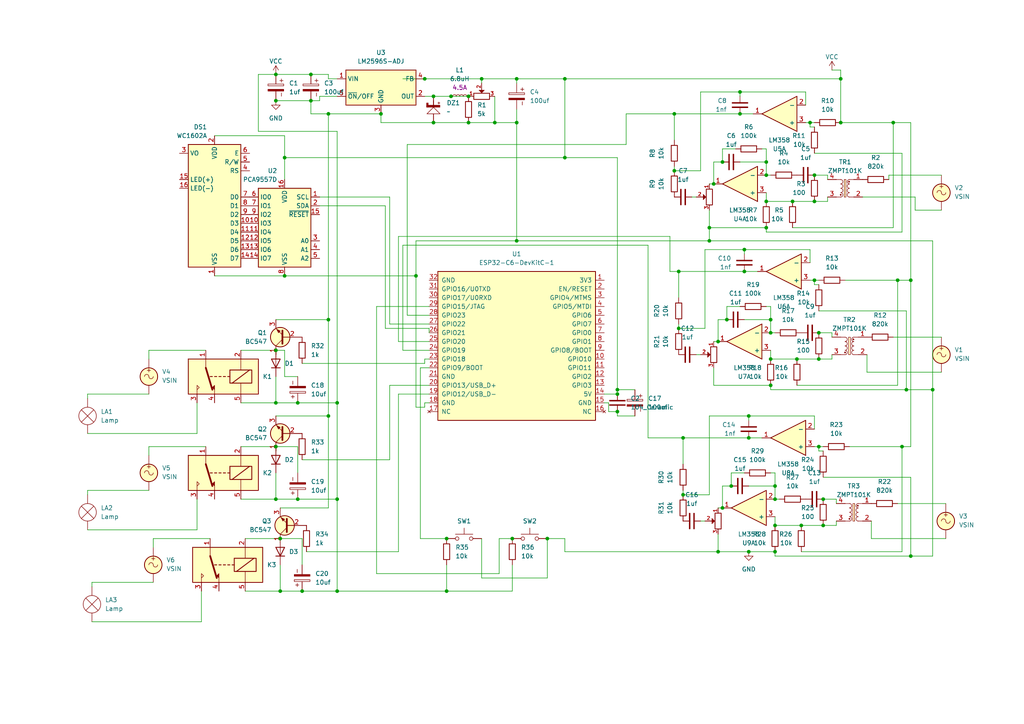
<source format=kicad_sch>
(kicad_sch (version 20250114) (generator "eeschema") (generator_version "9.0")
  (paper "A4")
  (junction (at 198.12 143.51))
  (junction (at 224.79 160.02))
  (junction (at 237.49 129.54))
  (junction (at 224.79 152.4))
  (junction (at 149.86 35.56))
  (junction (at 223.52 104.14))
  (junction (at 196.85 95.25))
  (junction (at 222.25 58.42))
  (junction (at 237.49 96.52))
  (junction (at 129.54 171.45))
  (junction (at 148.59 156.21))
  (junction (at 81.28 171.45))
  (junction (at 139.7 22.86))
  (junction (at 262.89 113.03))
  (junction (at 207.01 53.34))
  (junction (at 205.74 66.04))
  (junction (at 163.83 45.72))
  (junction (at 234.95 35.56))
  (junction (at 158.75 156.21))
  (junction (at 196.85 78.74))
  (junction (at 224.79 144.78))
  (junction (at 125.73 27.94))
  (junction (at 209.55 46.99))
  (junction (at 195.58 33.02))
  (junction (at 261.62 129.54))
  (junction (at 90.17 29.21))
  (junction (at 223.52 96.52))
  (junction (at 238.76 152.4))
  (junction (at 80.01 21.59))
  (junction (at 215.9 72.39))
  (junction (at 80.01 129.54))
  (junction (at 90.17 21.59))
  (junction (at 82.55 80.01))
  (junction (at 237.49 104.14))
  (junction (at 224.79 140.97))
  (junction (at 120.65 80.01))
  (junction (at 195.58 49.53))
  (junction (at 238.76 144.78))
  (junction (at 243.84 22.86))
  (junction (at 217.17 160.02))
  (junction (at 163.83 22.86))
  (junction (at 80.01 101.6))
  (junction (at 229.87 58.42))
  (junction (at 214.63 26.67))
  (junction (at 217.17 120.65))
  (junction (at 95.25 33.02))
  (junction (at 270.51 113.03))
  (junction (at 129.54 156.21))
  (junction (at 143.51 35.56))
  (junction (at 208.28 99.06))
  (junction (at 198.12 127))
  (junction (at 149.86 22.86))
  (junction (at 264.16 161.29))
  (junction (at 80.01 29.21))
  (junction (at 86.36 144.78))
  (junction (at 95.25 120.65))
  (junction (at 223.52 92.71))
  (junction (at 80.01 144.78))
  (junction (at 135.89 27.94))
  (junction (at 243.84 35.56))
  (junction (at 236.22 50.8))
  (junction (at 260.35 81.28))
  (junction (at 259.08 35.56))
  (junction (at 80.01 116.84))
  (junction (at 87.63 171.45))
  (junction (at 223.52 111.76))
  (junction (at 130.81 27.94))
  (junction (at 231.14 104.14))
  (junction (at 179.07 113.03))
  (junction (at 236.22 81.28))
  (junction (at 236.22 58.42))
  (junction (at 123.19 22.86))
  (junction (at 135.89 35.56))
  (junction (at 179.07 114.3))
  (junction (at 208.28 160.02))
  (junction (at 81.28 156.21))
  (junction (at 205.74 69.85))
  (junction (at 110.49 33.02))
  (junction (at 97.79 116.84))
  (junction (at 222.25 46.99))
  (junction (at 82.55 45.72))
  (junction (at 264.16 81.28))
  (junction (at 95.25 92.71))
  (junction (at 215.9 78.74))
  (junction (at 209.55 147.32))
  (junction (at 210.82 92.71))
  (junction (at 86.36 116.84))
  (junction (at 212.09 140.97))
  (junction (at 97.79 144.78))
  (junction (at 222.25 50.8))
  (junction (at 222.25 66.04))
  (junction (at 149.86 69.85))
  (junction (at 125.73 35.56))
  (junction (at 97.79 171.45))
  (junction (at 232.41 152.4))
  (junction (at 214.63 33.02))
  (junction (at 179.07 119.38))
  (junction (at 217.17 127))
  (wire (pts (xy 204.47 72.39) (xy 204.47 95.25)))
  (wire (pts (xy 80.01 101.6) (xy 80.01 102.87)))
  (wire (pts (xy 97.79 27.94) (xy 92.71 27.94)))
  (wire (pts (xy 120.65 80.01) (xy 120.65 69.85)))
  (wire (pts (xy 149.86 69.85) (xy 149.86 35.56)))
  (wire (pts (xy 113.03 111.76) (xy 124.46 111.76)))
  (wire (pts (xy 261.62 160.02) (xy 232.41 160.02)))
  (wire (pts (xy 224.79 152.4) (xy 232.41 152.4)))
  (wire (pts (xy 217.17 120.65) (xy 205.74 120.65)))
  (wire (pts (xy 260.35 146.05) (xy 274.32 146.05)))
  (wire (pts (xy 212.09 137.16) (xy 212.09 140.97)))
  (wire (pts (xy 80.01 129.54) (xy 80.01 130.81)))
  (wire (pts (xy 198.12 142.24) (xy 198.12 143.51)))
  (wire (pts (xy 184.15 120.65) (xy 179.07 120.65)))
  (wire (pts (xy 82.55 80.01) (xy 62.23 80.01)))
  (wire (pts (xy 224.79 144.78) (xy 226.06 144.78)))
  (wire (pts (xy 118.11 91.44) (xy 118.11 41.91)))
  (wire (pts (xy 212.09 140.97) (xy 209.55 140.97)))
  (wire (pts (xy 149.86 69.85) (xy 205.74 69.85)))
  (wire (pts (xy 224.79 160.02) (xy 217.17 160.02)))
  (wire (pts (xy 223.52 92.71) (xy 215.9 92.71)))
  (wire (pts (xy 241.3 102.87) (xy 241.3 104.14)))
  (wire (pts (xy 129.54 163.83) (xy 129.54 171.45)))
  (wire (pts (xy 111.76 59.69) (xy 111.76 95.25)))
  (wire (pts (xy 243.84 20.32) (xy 241.3 20.32)))
  (wire (pts (xy 80.01 29.21) (xy 90.17 29.21)))
  (wire (pts (xy 224.79 140.97) (xy 224.79 144.78)))
  (wire (pts (xy 261.62 44.45) (xy 261.62 67.31)))
  (wire (pts (xy 264.16 81.28) (xy 264.16 129.54)))
  (wire (pts (xy 115.57 160.02) (xy 115.57 114.3)))
  (wire (pts (xy 86.36 129.54) (xy 80.01 129.54)))
  (wire (pts (xy 43.18 114.3) (xy 25.4 114.3)))
  (wire (pts (xy 213.36 43.18) (xy 209.55 43.18)))
  (wire (pts (xy 264.16 81.28) (xy 260.35 81.28)))
  (wire (pts (xy 236.22 81.28) (xy 234.95 81.28)))
  (wire (pts (xy 201.93 57.15) (xy 200.66 57.15)))
  (wire (pts (xy 217.17 127) (xy 198.12 127)))
  (wire (pts (xy 240.03 57.15) (xy 240.03 58.42)))
  (wire (pts (xy 265.43 60.96) (xy 273.05 60.96)))
  (wire (pts (xy 97.79 38.1) (xy 97.79 116.84)))
  (wire (pts (xy 205.74 120.65) (xy 205.74 143.51)))
  (wire (pts (xy 69.85 144.78) (xy 80.01 144.78)))
  (wire (pts (xy 223.52 96.52) (xy 224.79 96.52)))
  (wire (pts (xy 149.86 24.13) (xy 149.86 22.86)))
  (wire (pts (xy 95.25 22.86) (xy 95.25 21.59)))
  (wire (pts (xy 143.51 35.56) (xy 135.89 35.56)))
  (wire (pts (xy 243.84 35.56) (xy 259.08 35.56)))
  (wire (pts (xy 242.57 144.78) (xy 242.57 146.05)))
  (wire (pts (xy 109.22 88.9) (xy 109.22 166.37)))
  (wire (pts (xy 210.82 88.9) (xy 210.82 92.71)))
  (wire (pts (xy 176.53 119.38) (xy 179.07 119.38)))
  (wire (pts (xy 80.01 116.84) (xy 86.36 116.84)))
  (wire (pts (xy 124.46 88.9) (xy 109.22 88.9)))
  (wire (pts (xy 26.67 168.91) (xy 26.67 170.18)))
  (wire (pts (xy 236.22 36.83) (xy 234.95 36.83)))
  (wire (pts (xy 222.25 67.31) (xy 222.25 66.04)))
  (wire (pts (xy 264.16 161.29) (xy 224.79 161.29)))
  (wire (pts (xy 116.84 101.6) (xy 116.84 71.12)))
  (wire (pts (xy 129.54 171.45) (xy 97.79 171.45)))
  (wire (pts (xy 43.18 132.08) (xy 43.18 129.54)))
  (wire (pts (xy 265.43 57.15) (xy 265.43 60.96)))
  (wire (pts (xy 120.65 80.01) (xy 82.55 80.01)))
  (wire (pts (xy 144.78 156.21) (xy 148.59 156.21)))
  (wire (pts (xy 163.83 156.21) (xy 158.75 156.21)))
  (wire (pts (xy 238.76 138.43) (xy 264.16 138.43)))
  (wire (pts (xy 115.57 114.3) (xy 124.46 114.3)))
  (wire (pts (xy 259.08 35.56) (xy 264.16 35.56)))
  (wire (pts (xy 81.28 163.83) (xy 81.28 171.45)))
  (wire (pts (xy 222.25 55.88) (xy 222.25 58.42)))
  (wire (pts (xy 236.22 58.42) (xy 229.87 58.42)))
  (wire (pts (xy 246.38 129.54) (xy 261.62 129.54)))
  (wire (pts (xy 238.76 129.54) (xy 237.49 129.54)))
  (wire (pts (xy 87.63 133.35) (xy 113.03 133.35)))
  (wire (pts (xy 97.79 22.86) (xy 95.25 22.86)))
  (wire (pts (xy 238.76 152.4) (xy 232.41 152.4)))
  (wire (pts (xy 217.17 160.02) (xy 208.28 160.02)))
  (wire (pts (xy 95.25 147.32) (xy 81.28 147.32)))
  (wire (pts (xy 25.4 142.24) (xy 25.4 143.51)))
  (wire (pts (xy 215.9 72.39) (xy 215.9 73.66)))
  (wire (pts (xy 215.9 137.16) (xy 212.09 137.16)))
  (wire (pts (xy 149.86 31.75) (xy 149.86 35.56)))
  (wire (pts (xy 220.98 43.18) (xy 222.25 43.18)))
  (wire (pts (xy 175.26 116.84) (xy 176.53 116.84)))
  (wire (pts (xy 214.63 33.02) (xy 195.58 33.02)))
  (wire (pts (xy 135.89 35.56) (xy 125.73 35.56)))
  (wire (pts (xy 257.81 50.8) (xy 257.81 52.07)))
  (wire (pts (xy 44.45 168.91) (xy 26.67 168.91)))
  (wire (pts (xy 219.71 78.74) (xy 215.9 78.74)))
  (wire (pts (xy 240.03 50.8) (xy 240.03 52.07)))
  (wire (pts (xy 120.65 69.85) (xy 149.86 69.85)))
  (wire (pts (xy 44.45 156.21) (xy 60.96 156.21)))
  (wire (pts (xy 207.01 111.76) (xy 207.01 106.68)))
  (wire (pts (xy 251.46 107.95) (xy 251.46 102.87)))
  (wire (pts (xy 222.25 50.8) (xy 223.52 50.8)))
  (wire (pts (xy 125.73 35.56) (xy 110.49 35.56)))
  (wire (pts (xy 124.46 99.06) (xy 115.57 99.06)))
  (wire (pts (xy 82.55 39.37) (xy 82.55 45.72)))
  (wire (pts (xy 233.68 26.67) (xy 214.63 26.67)))
  (wire (pts (xy 237.49 90.17) (xy 262.89 90.17)))
  (wire (pts (xy 215.9 72.39) (xy 204.47 72.39)))
  (wire (pts (xy 241.3 104.14) (xy 237.49 104.14)))
  (wire (pts (xy 87.63 156.21) (xy 81.28 156.21)))
  (wire (pts (xy 113.03 57.15) (xy 113.03 93.98)))
  (wire (pts (xy 270.51 161.29) (xy 264.16 161.29)))
  (wire (pts (xy 222.25 46.99) (xy 222.25 50.8)))
  (wire (pts (xy 234.95 36.83) (xy 234.95 35.56)))
  (wire (pts (xy 205.74 69.85) (xy 270.51 69.85)))
  (wire (pts (xy 260.35 111.76) (xy 231.14 111.76)))
  (wire (pts (xy 95.25 21.59) (xy 90.17 21.59)))
  (wire (pts (xy 95.25 92.71) (xy 95.25 120.65)))
  (wire (pts (xy 205.74 66.04) (xy 205.74 60.96)))
  (wire (pts (xy 243.84 22.86) (xy 243.84 20.32)))
  (wire (pts (xy 124.46 101.6) (xy 116.84 101.6)))
  (wire (pts (xy 252.73 156.21) (xy 252.73 151.13)))
  (wire (pts (xy 237.49 82.55) (xy 236.22 82.55)))
  (wire (pts (xy 124.46 91.44) (xy 118.11 91.44)))
  (wire (pts (xy 95.25 92.71) (xy 95.25 33.02)))
  (wire (pts (xy 43.18 101.6) (xy 59.69 101.6)))
  (wire (pts (xy 87.63 105.41) (xy 123.19 105.41)))
  (wire (pts (xy 80.01 144.78) (xy 86.36 144.78)))
  (wire (pts (xy 259.08 97.79) (xy 273.05 97.79)))
  (wire (pts (xy 86.36 109.22) (xy 82.55 109.22)))
  (wire (pts (xy 217.17 120.65) (xy 217.17 121.92)))
  (wire (pts (xy 222.25 58.42) (xy 229.87 58.42)))
  (wire (pts (xy 250.19 57.15) (xy 265.43 57.15)))
  (wire (pts (xy 97.79 144.78) (xy 97.79 171.45)))
  (wire (pts (xy 118.11 41.91) (xy 181.61 41.91)))
  (wire (pts (xy 81.28 156.21) (xy 81.28 157.48)))
  (wire (pts (xy 109.22 166.37) (xy 144.78 166.37)))
  (wire (pts (xy 205.74 66.04) (xy 205.74 69.85)))
  (wire (pts (xy 198.12 127) (xy 198.12 134.62)))
  (wire (pts (xy 87.63 171.45) (xy 81.28 171.45)))
  (wire (pts (xy 242.57 152.4) (xy 238.76 152.4)))
  (wire (pts (xy 237.49 130.81) (xy 237.49 129.54)))
  (wire (pts (xy 187.96 71.12) (xy 187.96 127)))
  (wire (pts (xy 80.01 109.22) (xy 80.01 116.84)))
  (wire (pts (xy 163.83 45.72) (xy 163.83 22.86)))
  (wire (pts (xy 123.19 104.14) (xy 124.46 104.14)))
  (wire (pts (xy 214.63 26.67) (xy 203.2 26.67)))
  (wire (pts (xy 241.3 96.52) (xy 241.3 97.79)))
  (wire (pts (xy 237.49 96.52) (xy 241.3 96.52)))
  (wire (pts (xy 223.52 113.03) (xy 223.52 111.76)))
  (wire (pts (xy 194.31 68.58) (xy 194.31 78.74)))
  (wire (pts (xy 116.84 71.12) (xy 187.96 71.12)))
  (wire (pts (xy 203.2 49.53) (xy 195.58 49.53)))
  (wire (pts (xy 208.28 160.02) (xy 208.28 154.94)))
  (wire (pts (xy 208.28 160.02) (xy 163.83 160.02)))
  (wire (pts (xy 261.62 129.54) (xy 261.62 160.02)))
  (wire (pts (xy 163.83 160.02) (xy 163.83 156.21)))
  (wire (pts (xy 71.12 156.21) (xy 81.28 156.21)))
  (wire (pts (xy 223.52 92.71) (xy 223.52 96.52)))
  (wire (pts (xy 115.57 68.58) (xy 194.31 68.58)))
  (wire (pts (xy 130.81 27.94) (xy 135.89 27.94)))
  (wire (pts (xy 236.22 82.55) (xy 236.22 81.28)))
  (wire (pts (xy 204.47 151.13) (xy 203.2 151.13)))
  (wire (pts (xy 181.61 33.02) (xy 195.58 33.02)))
  (wire (pts (xy 69.85 101.6) (xy 80.01 101.6)))
  (wire (pts (xy 80.01 21.59) (xy 74.93 21.59)))
  (wire (pts (xy 237.49 81.28) (xy 236.22 81.28)))
  (wire (pts (xy 207.01 46.99) (xy 207.01 53.34)))
  (wire (pts (xy 124.46 106.68) (xy 121.92 106.68)))
  (wire (pts (xy 92.71 27.94) (xy 92.71 29.21)))
  (wire (pts (xy 92.71 59.69) (xy 111.76 59.69)))
  (wire (pts (xy 236.22 50.8) (xy 240.03 50.8)))
  (wire (pts (xy 144.78 166.37) (xy 144.78 156.21)))
  (wire (pts (xy 270.51 69.85) (xy 270.51 113.03)))
  (wire (pts (xy 234.95 76.2) (xy 234.95 72.39)))
  (wire (pts (xy 69.85 116.84) (xy 80.01 116.84)))
  (wire (pts (xy 44.45 158.75) (xy 44.45 156.21)))
  (wire (pts (xy 110.49 33.02) (xy 95.25 33.02)))
  (wire (pts (xy 260.35 81.28) (xy 260.35 111.76)))
  (wire (pts (xy 86.36 116.84) (xy 97.79 116.84)))
  (wire (pts (xy 149.86 35.56) (xy 143.51 35.56)))
  (wire (pts (xy 262.89 90.17) (xy 262.89 113.03)))
  (wire (pts (xy 25.4 114.3) (xy 25.4 115.57)))
  (wire (pts (xy 74.93 21.59) (xy 74.93 38.1)))
  (wire (pts (xy 236.22 124.46) (xy 236.22 120.65)))
  (wire (pts (xy 196.85 93.98) (xy 196.85 95.25)))
  (wire (pts (xy 205.74 143.51) (xy 198.12 143.51)))
  (wire (pts (xy 80.01 137.16) (xy 80.01 144.78)))
  (wire (pts (xy 273.05 50.8) (xy 257.81 50.8)))
  (wire (pts (xy 207.01 111.76) (xy 223.52 111.76)))
  (wire (pts (xy 259.08 66.04) (xy 229.87 66.04)))
  (wire (pts (xy 222.25 43.18) (xy 222.25 46.99)))
  (wire (pts (xy 187.96 127) (xy 198.12 127)))
  (wire (pts (xy 237.49 104.14) (xy 231.14 104.14)))
  (wire (pts (xy 86.36 144.78) (xy 97.79 144.78)))
  (wire (pts (xy 113.03 93.98) (xy 124.46 93.98)))
  (wire (pts (xy 236.22 35.56) (xy 234.95 35.56)))
  (wire (pts (xy 139.7 156.21) (xy 139.7 167.64)))
  (wire (pts (xy 264.16 138.43) (xy 264.16 161.29)))
  (wire (pts (xy 270.51 113.03) (xy 270.51 161.29)))
  (wire (pts (xy 261.62 129.54) (xy 264.16 129.54)))
  (wire (pts (xy 58.42 180.34) (xy 58.42 171.45)))
  (wire (pts (xy 234.95 72.39) (xy 215.9 72.39)))
  (wire (pts (xy 87.63 163.83) (xy 87.63 156.21)))
  (wire (pts (xy 207.01 53.34) (xy 205.74 53.34)))
  (wire (pts (xy 273.05 107.95) (xy 251.46 107.95)))
  (wire (pts (xy 43.18 129.54) (xy 59.69 129.54)))
  (wire (pts (xy 82.55 45.72) (xy 163.83 45.72)))
  (wire (pts (xy 224.79 149.86) (xy 224.79 152.4)))
  (wire (pts (xy 121.92 106.68) (xy 121.92 156.21)))
  (wire (pts (xy 43.18 104.14) (xy 43.18 101.6)))
  (wire (pts (xy 175.26 114.3) (xy 179.07 114.3)))
  (wire (pts (xy 86.36 137.16) (xy 86.36 129.54)))
  (wire (pts (xy 82.55 109.22) (xy 82.55 101.6)))
  (wire (pts (xy 124.46 95.25) (xy 124.46 96.52)))
  (wire (pts (xy 208.28 99.06) (xy 207.01 99.06)))
  (wire (pts (xy 223.52 101.6) (xy 223.52 104.14)))
  (wire (pts (xy 224.79 140.97) (xy 217.17 140.97)))
  (wire (pts (xy 95.25 33.02) (xy 90.17 33.02)))
  (wire (pts (xy 205.74 66.04) (xy 222.25 66.04)))
  (wire (pts (xy 210.82 92.71) (xy 208.28 92.71)))
  (wire (pts (xy 240.03 58.42) (xy 236.22 58.42)))
  (wire (pts (xy 95.25 120.65) (xy 80.01 120.65)))
  (wire (pts (xy 209.55 140.97) (xy 209.55 147.32)))
  (wire (pts (xy 121.92 156.21) (xy 129.54 156.21)))
  (wire (pts (xy 92.71 57.15) (xy 113.03 57.15)))
  (wire (pts (xy 123.19 22.86) (xy 139.7 22.86)))
  (wire (pts (xy 242.57 151.13) (xy 242.57 152.4)))
  (wire (pts (xy 209.55 43.18) (xy 209.55 46.99)))
  (wire (pts (xy 179.07 113.03) (xy 179.07 114.3)))
  (wire (pts (xy 115.57 99.06) (xy 115.57 68.58)))
  (wire (pts (xy 90.17 33.02) (xy 90.17 29.21)))
  (wire (pts (xy 238.76 130.81) (xy 237.49 130.81)))
  (wire (pts (xy 123.19 116.84) (xy 123.19 118.11)))
  (wire (pts (xy 179.07 45.72) (xy 163.83 45.72)))
  (wire (pts (xy 264.16 35.56) (xy 264.16 81.28)))
  (wire (pts (xy 80.01 92.71) (xy 95.25 92.71)))
  (wire (pts (xy 208.28 92.71) (xy 208.28 99.06)))
  (wire (pts (xy 163.83 22.86) (xy 243.84 22.86)))
  (wire (pts (xy 111.76 95.25) (xy 124.46 95.25)))
  (wire (pts (xy 123.19 27.94) (xy 125.73 27.94)))
  (wire (pts (xy 149.86 22.86) (xy 163.83 22.86)))
  (wire (pts (xy 223.52 104.14) (xy 231.14 104.14)))
  (wire (pts (xy 262.89 113.03) (xy 223.52 113.03)))
  (wire (pts (xy 214.63 88.9) (xy 210.82 88.9)))
  (wire (pts (xy 139.7 22.86) (xy 139.7 24.13)))
  (wire (pts (xy 195.58 48.26) (xy 195.58 49.53)))
  (wire (pts (xy 233.68 30.48) (xy 233.68 26.67)))
  (wire (pts (xy 97.79 116.84) (xy 97.79 144.78)))
  (wire (pts (xy 148.59 163.83) (xy 148.59 171.45)))
  (wire (pts (xy 209.55 147.32) (xy 208.28 147.32)))
  (wire (pts (xy 204.47 95.25) (xy 196.85 95.25)))
  (wire (pts (xy 25.4 153.67) (xy 57.15 153.67)))
  (wire (pts (xy 110.49 35.56) (xy 110.49 33.02)))
  (wire (pts (xy 195.58 33.02) (xy 195.58 40.64)))
  (wire (pts (xy 143.51 27.94) (xy 143.51 35.56)))
  (wire (pts (xy 26.67 180.34) (xy 58.42 180.34)))
  (wire (pts (xy 223.52 137.16) (xy 224.79 137.16)))
  (wire (pts (xy 113.03 133.35) (xy 113.03 111.76)))
  (wire (pts (xy 80.01 21.59) (xy 90.17 21.59)))
  (wire (pts (xy 139.7 167.64) (xy 158.75 167.64)))
  (wire (pts (xy 222.25 46.99) (xy 214.63 46.99)))
  (wire (pts (xy 220.98 127) (xy 217.17 127)))
  (wire (pts (xy 139.7 22.86) (xy 149.86 22.86)))
  (wire (pts (xy 125.73 27.94) (xy 130.81 27.94)))
  (wire (pts (xy 158.75 167.64) (xy 158.75 156.21)))
  (wire (pts (xy 123.19 118.11) (xy 120.65 118.11)))
  (wire (pts (xy 116.84 22.86) (xy 123.19 22.86)))
  (wire (pts (xy 215.9 78.74) (xy 196.85 78.74)))
  (wire (pts (xy 203.2 26.67) (xy 203.2 49.53)))
  (wire (pts (xy 218.44 33.02) (xy 214.63 33.02)))
  (wire (pts (xy 209.55 46.99) (xy 207.01 46.99)))
  (wire (pts (xy 124.46 116.84) (xy 123.19 116.84)))
  (wire (pts (xy 261.62 67.31) (xy 222.25 67.31)))
  (wire (pts (xy 224.79 161.29) (xy 224.79 160.02)))
  (wire (pts (xy 270.51 113.03) (xy 262.89 113.03)))
  (wire (pts (xy 243.84 35.56) (xy 243.84 22.86)))
  (wire (pts (xy 179.07 45.72) (xy 179.07 113.03)))
  (wire (pts (xy 181.61 41.91) (xy 181.61 33.02)))
  (wire (pts (xy 71.12 171.45) (xy 81.28 171.45)))
  (wire (pts (xy 57.15 125.73) (xy 57.15 116.84)))
  (wire (pts (xy 214.63 26.67) (xy 214.63 27.94)))
  (wire (pts (xy 179.07 120.65) (xy 179.07 119.38)))
  (wire (pts (xy 238.76 144.78) (xy 242.57 144.78)))
  (wire (pts (xy 43.18 142.24) (xy 25.4 142.24)))
  (wire (pts (xy 25.4 125.73) (xy 57.15 125.73)))
  (wire (pts (xy 236.22 44.45) (xy 261.62 44.45)))
  (wire (pts (xy 224.79 137.16) (xy 224.79 140.97)))
  (wire (pts (xy 148.59 171.45) (xy 129.54 171.45)))
  (wire (pts (xy 62.23 39.37) (xy 82.55 39.37)))
  (wire (pts (xy 274.32 156.21) (xy 252.73 156.21)))
  (wire (pts (xy 92.71 29.21) (xy 90.17 29.21)))
  (wire (pts (xy 223.52 88.9) (xy 223.52 92.71)))
  (wire (pts (xy 260.35 81.28) (xy 245.11 81.28)))
  (wire (pts (xy 176.53 116.84) (xy 176.53 119.38)))
  (wire (pts (xy 74.93 38.1) (xy 97.79 38.1)))
  (wire (pts (xy 88.9 160.02) (xy 115.57 160.02)))
  (wire (pts (xy 237.49 129.54) (xy 236.22 129.54)))
  (wire (pts (xy 69.85 129.54) (xy 80.01 129.54)))
  (wire (pts (xy 82.55 45.72) (xy 82.55 52.07)))
  (wire (pts (xy 203.2 102.87) (xy 201.93 102.87)))
  (wire (pts (xy 184.15 113.03) (xy 179.07 113.03)))
  (wire (pts (xy 82.55 101.6) (xy 80.01 101.6)))
  (wire (pts (xy 234.95 35.56) (xy 233.68 35.56)))
  (wire (pts (xy 194.31 78.74) (xy 196.85 78.74)))
  (wire (pts (xy 95.25 120.65) (xy 95.25 147.32)))
  (wire (pts (xy 259.08 35.56) (xy 259.08 66.04)))
  (wire (pts (xy 222.25 88.9) (xy 223.52 88.9)))
  (wire (pts (xy 97.79 171.45) (xy 87.63 171.45)))
  (wire (pts (xy 196.85 78.74) (xy 196.85 86.36)))
  (wire (pts (xy 236.22 120.65) (xy 217.17 120.65)))
  (wire (pts (xy 123.19 105.41) (xy 123.19 104.14)))
  (wire (pts (xy 57.15 153.67) (xy 57.15 144.78)))
  (wire (pts (xy 120.65 118.11) (xy 120.65 80.01)))
  (symbol (lib_id "PCM_SparkFun-PowerSymbol:VCC") (at 241.3 20.32 0) (mirror y) (unit 1)
    (property "Reference" "#PWR02" (effects (hide yes)))
    (property "Value" "VCC" (at 241.3 16.51 0))
    (property "Description" "Power symbol creates a global label with name \"VCC\"" (effects (hide yes)))
  )
  (symbol (lib_id "PCM_SL_Resistors:Resistor") (at 256.54 146.05 0) (mirror x) (unit 1)
    (property "Reference" "R22" (at 256.54 139.7 0))
    (property "Value" "820k" (at 256.54 142.24 0))
    (property "Footprint" "Resistor_THT:R_Axial_DIN0207_L6.3mm_D2.5mm_P10.16mm_Horizontal" (effects (hide yes)))
    (property "Description" "1/4W Resistor" (effects (hide yes)))
  )
  (symbol (lib_id "PCM_SL_Resistors:Resistor") (at 237.49 86.36 270) (mirror x) (unit 1)
    (property "Reference" "R14" (at 234.95 85.0899 90) (effects (justify right)))
    (property "Value" "10k" (at 234.95 87.6299 90) (effects (justify right)))
    (property "Footprint" "Resistor_THT:R_Axial_DIN0207_L6.3mm_D2.5mm_P10.16mm_Horizontal" (effects (hide yes)))
    (property "Description" "1/4W Resistor" (effects (hide yes)))
  )
  (symbol (lib_id "PCM_SL_Devices:Capacitor_PO") (at 90.17 25.4 270) (unit 1)
    (property "Reference" "C3" (at 93.98 24.1299 90) (effects (justify left)))
    (property "Value" "100uf" (at 93.98 26.6699 90) (effects (justify left)))
    (property "Footprint" "Capacitor_THT:CP_Radial_D5.0mm_P2.50mm" (effects (hide yes)))
    (property "Description" "Polarized Capacitor" (effects (hide yes)))
  )
  (symbol (lib_id "PCM_SL_Resistors:Resistor") (at 148.59 160.02 270) (mirror x) (unit 1)
    (property "Reference" "R36" (at 151.13 158.7499 90) (effects (justify left)))
    (property "Value" "10k" (at 151.13 161.2899 90) (effects (justify left)))
    (property "Footprint" "Resistor_THT:R_Axial_DIN0207_L6.3mm_D2.5mm_P10.16mm_Horizontal" (effects (hide yes)))
    (property "Description" "1/4W Resistor" (effects (hide yes)))
  )
  (symbol (lib_id "PCM_4ms_IC:LM358") (at 214.63 53.34 180) (unit 1)
    (property "Reference" "U4" (at 214.63 63.5 0))
    (property "Value" "LM358" (at 214.63 60.96 0))
    (property "Footprint" "4ms_Package_SSOP:TSSOP-8_4.4x3mm_Pitch0.65mm" (effects (hide yes)))
    (property "Description" "LM358 Dual Opamp TSSOP-8" (effects (hide yes)))
    (property "Specifications" "LM358 Dual Opamp" (effects (hide yes)))
    (property "JLCPCB ID" "C7951" (effects (hide yes)))
  )
  (symbol (lib_id "PCM_SL_Resistors:Resistor") (at 196.85 90.17 90) (mirror x) (unit 1)
    (property "Reference" "R20" (at 190.5 90.17 0))
    (property "Value" "10k" (at 193.04 90.17 0))
    (property "Footprint" "Resistor_THT:R_Axial_DIN0207_L6.3mm_D2.5mm_P10.16mm_Horizontal" (effects (hide yes)))
    (property "Description" "1/4W Resistor" (effects (hide yes)))
  )
  (symbol (lib_id "PCM_SL_Resistors:Resistor") (at 196.85 99.06 90) (mirror x) (unit 1)
    (property "Reference" "R21" (at 190.5 99.06 0))
    (property "Value" "10k" (at 193.04 99.06 0))
    (property "Footprint" "Resistor_THT:R_Axial_DIN0207_L6.3mm_D2.5mm_P10.16mm_Horizontal" (effects (hide yes)))
    (property "Description" "1/4W Resistor" (effects (hide yes)))
  )
  (symbol (lib_id "PCM_SparkFun-PowerSymbol:VCC") (at 80.01 21.59 0) (mirror y) (unit 1)
    (property "Reference" "#PWR01" (effects (hide yes)))
    (property "Value" "VCC" (at 80.01 17.78 0))
    (property "Description" "Power symbol creates a global label with name \"VCC\"" (effects (hide yes)))
  )
  (symbol (lib_id "PCM_SL_Resistors:Resistor") (at 222.25 62.23 270) (mirror x) (unit 1)
    (property "Reference" "R7" (at 219.71 60.9599 90) (effects (justify right)))
    (property "Value" "10k" (at 219.71 63.4999 90) (effects (justify right)))
    (property "Footprint" "Resistor_THT:R_Axial_DIN0207_L6.3mm_D2.5mm_P10.16mm_Horizontal" (effects (hide yes)))
    (property "Description" "1/4W Resistor" (effects (hide yes)))
  )
  (symbol (lib_id "Simulation_SPICE:VSIN") (at 273.05 102.87 0) (unit 1)
    (property "Reference" "V1" (at 276.86 101.4701 0) (effects (justify left)))
    (property "Value" "VSIN" (at 276.86 104.0101 0) (effects (justify left)))
    (property "Datasheet" "https://ngspice.sourceforge.io/docs/ngspice-html-manual/manual.xhtml#sec_Independent_Sources_for" (effects (hide yes)))
    (property "Description" "Voltage source, sinusoidal" (effects (hide yes)))
    (property "Sim.Pins" "1=+ 2=-" (effects (hide yes)))
    (property "Sim.Params" "dc=0 ampl=1 f=1k ac=1" (effects (hide yes)))
    (property "Sim.Type" "SIN" (effects (hide yes)))
    (property "Sim.Device" "V" (effects (hide yes)))
  )
  (symbol (lib_id "PCM_SL_Resistors:Resistor") (at 240.03 35.56 0) (mirror y) (unit 1)
    (property "Reference" "R10" (at 240.03 29.21 0))
    (property "Value" "10k" (at 240.03 31.75 0))
    (property "Footprint" "Resistor_THT:R_Axial_DIN0207_L6.3mm_D2.5mm_P10.16mm_Horizontal" (effects (hide yes)))
    (property "Description" "1/4W Resistor" (effects (hide yes)))
  )
  (symbol (lib_id "PCM_SL_Resistors:Resistor") (at 219.71 137.16 0) (mirror y) (unit 1)
    (property "Reference" "R29" (at 219.71 130.81 0))
    (property "Value" "100k" (at 219.71 133.35 0))
    (property "Footprint" "Resistor_THT:R_Axial_DIN0207_L6.3mm_D2.5mm_P10.16mm_Horizontal" (effects (hide yes)))
    (property "Description" "1/4W Resistor" (effects (hide yes)))
  )
  (symbol (lib_id "PCM_SL_Capacitors:104_Ceramic") (at 198.12 57.15 0) (mirror y) (unit 1)
    (property "Reference" "C7" (at 198.12 49.53 0))
    (property "Value" "1uf" (at 198.12 52.07 0))
    (property "Footprint" "Capacitor_THT:C_Disc_D5.0mm_W2.5mm_P2.50mm" (effects (hide yes)))
    (property "Description" "100nF Ceramic Capacitor" (effects (hide yes)))
  )
  (symbol (lib_id "PCM_SL_Capacitors:104_Ceramic") (at 179.07 116.84 90) (unit 1)
    (property "Reference" "C2" (at 182.88 115.5699 90) (effects (justify right)))
    (property "Value" "104_Ceramic" (at 182.88 118.1099 90) (effects (justify right)))
    (property "Footprint" "Capacitor_THT:C_Disc_D5.0mm_W2.5mm_P2.50mm" (effects (hide yes)))
    (property "Description" "100nF Ceramic Capacitor" (effects (hide yes)))
  )
  (symbol (lib_id "PCM_SL_Capacitors:104_Ceramic") (at 199.39 102.87 0) (mirror y) (unit 1)
    (property "Reference" "C12" (at 199.39 95.25 0))
    (property "Value" "1uf" (at 199.39 97.79 0))
    (property "Footprint" "Capacitor_THT:C_Disc_D5.0mm_W2.5mm_P2.50mm" (effects (hide yes)))
    (property "Description" "100nF Ceramic Capacitor" (effects (hide yes)))
  )
  (symbol (lib_id "PCM_SL_Devices:Capacitor_PO") (at 184.15 116.84 270) (unit 1)
    (property "Reference" "C17" (at 187.96 115.5699 90) (effects (justify left)))
    (property "Value" "100uf" (at 187.96 118.1099 90) (effects (justify left)))
    (property "Footprint" "Capacitor_THT:CP_Radial_D5.0mm_P2.50mm" (effects (hide yes)))
    (property "Description" "Polarized Capacitor" (effects (hide yes)))
  )
  (symbol (lib_id "PCM_SparkFun-Switch:SPST_Push_PTH_12x12mm_h8.0mm") (at 134.62 156.21 0) (unit 1)
    (property "Reference" "SW1" (at 134.62 151.13 0))
    (property "Value" "PTH_12x12mm_h8.0mm" (effects (hide yes)))
    (property "Footprint" "PCM_SparkFun-Switch:Push_PTH_12x12mm" (effects (hide yes)))
    (property "Datasheet" "https://www.omron.com/ecb/products/pdf/en-b3f.pdf" (effects (hide yes)))
    (property "Description" "Single Pole Single Throw (SPST) switch" (effects (hide yes)))
    (property "PROD_ID" "SWCH-09185" (effects (hide yes)))
  )
  (symbol (lib_id "Interface_Expansion:PCA9557D") (at 82.55 64.77 0) (mirror y) (unit 1)
    (property "Reference" "U2" (at 80.4067 49.53 0) (effects (justify left)))
    (property "Value" "PCA9557D" (at 80.4067 52.07 0) (effects (justify left)))
    (property "Footprint" "Package_SO:SO-16_3.9x9.9mm_P1.27mm" (effects (hide yes)))
    (property "Datasheet" "https://www.nxp.com/docs/en/data-sheet/PCA9557.pdf" (effects (hide yes)))
    (property "Description" "8-bit I2C-bus and SMBus I/O port with reset, SO-16" (effects (hide yes)))
  )
  (symbol (lib_id "PCM_SL_Resistors:Resistor") (at 229.87 62.23 270) (mirror x) (unit 1)
    (property "Reference" "R5" (at 227.33 60.9599 90) (effects (justify right)))
    (property "Value" "10k" (at 227.33 63.4999 90) (effects (justify right)))
    (property "Footprint" "Resistor_THT:R_Axial_DIN0207_L6.3mm_D2.5mm_P10.16mm_Horizontal" (effects (hide yes)))
    (property "Description" "1/4W Resistor" (effects (hide yes)))
  )
  (symbol (lib_id "PCM_4ms_IC:LM358") (at 227.33 78.74 180) (unit 1)
    (property "Reference" "U6" (at 227.33 88.9 0))
    (property "Value" "LM358" (at 227.33 86.36 0))
    (property "Footprint" "4ms_Package_SSOP:TSSOP-8_4.4x3mm_Pitch0.65mm" (effects (hide yes)))
    (property "Description" "LM358 Dual Opamp TSSOP-8" (effects (hide yes)))
    (property "Specifications" "LM358 Dual Opamp" (effects (hide yes)))
    (property "JLCPCB ID" "C7951" (effects (hide yes)))
  )
  (symbol (lib_id "Diode:1N4148WT") (at 80.01 133.35 90) (unit 1)
    (property "Reference" "D2" (at 82.55 133.3499 90) (effects (justify right)))
    (property "Value" "1N4148WT" (effects (hide yes)))
    (property "Footprint" "Diode_SMD:D_SOD-523" (effects (hide yes)))
    (property "Datasheet" "https://www.diodes.com/assets/Datasheets/ds30396.pdf" (effects (hide yes)))
    (property "Description" "75V 0.15A Fast switching Diode, SOD-523" (effects (hide yes)))
    (property "Sim.Device" "D" (effects (hide yes)))
    (property "Sim.Pins" "1=K 2=A" (effects (hide yes)))
  )
  (symbol (lib_id "PCM_SL_Resistors:Resistor") (at 236.22 54.61 90) (mirror x) (unit 1)
    (property "Reference" "R3" (at 233.68 53.3399 90) (effects (justify left)))
    (property "Value" "100" (at 233.68 55.8799 90) (effects (justify left)))
    (property "Footprint" "Resistor_THT:R_Axial_DIN0207_L6.3mm_D2.5mm_P10.16mm_Horizontal" (effects (hide yes)))
    (property "Description" "1/4W Resistor" (effects (hide yes)))
  )
  (symbol (lib_id "PCM_SparkFun-Switch:SPST_Push_PTH_12x12mm_h8.0mm") (at 153.67 156.21 0) (unit 1)
    (property "Reference" "SW2" (at 153.67 151.13 0))
    (property "Value" "PTH_12x12mm_h8.0mm" (effects (hide yes)))
    (property "Footprint" "PCM_SparkFun-Switch:Push_PTH_12x12mm" (effects (hide yes)))
    (property "Datasheet" "https://www.omron.com/ecb/products/pdf/en-b3f.pdf" (effects (hide yes)))
    (property "Description" "Single Pole Single Throw (SPST) switch" (effects (hide yes)))
    (property "PROD_ID" "SWCH-09185" (effects (hide yes)))
  )
  (symbol (lib_id "PCM_SL_Devices:potentiometer_3362P") (at 208.28 151.13 90) (mirror x) (unit 1)
    (property "Reference" "RV4" (effects (hide yes)))
    (property "Footprint" "PCM_SL_Footprints:potentiometer_3362P" (effects (hide yes)))
    (property "Datasheet" "https://www.bourns.com/data/global/pdfs/3362.pdf" (effects (hide yes)))
    (property "Description" "potentiometer_3362P" (effects (hide yes)))
  )
  (symbol (lib_id "PCM_SL_Resistors:Resistor") (at 238.76 148.59 90) (mirror x) (unit 1)
    (property "Reference" "R25" (at 236.22 147.3199 90) (effects (justify left)))
    (property "Value" "100" (at 236.22 149.8599 90) (effects (justify left)))
    (property "Footprint" "Resistor_THT:R_Axial_DIN0207_L6.3mm_D2.5mm_P10.16mm_Horizontal" (effects (hide yes)))
    (property "Description" "1/4W Resistor" (effects (hide yes)))
  )
  (symbol (lib_id "PCM_SL_Devices:Capacitor_PO") (at 86.36 140.97 90) (unit 1)
    (property "Reference" "C19" (at 90.17 139.6999 90) (effects (justify right)))
    (property "Value" "10uf" (at 90.17 142.2399 90) (effects (justify right)))
    (property "Footprint" "Capacitor_THT:CP_Radial_D5.0mm_P2.50mm" (effects (hide yes)))
    (property "Description" "Polarized Capacitor" (effects (hide yes)))
  )
  (symbol (lib_id "PCM_SL_Capacitors:104_Ceramic") (at 212.09 46.99 0) (mirror y) (unit 1)
    (property "Reference" "C6" (at 212.09 39.37 0))
    (property "Value" "1uf" (at 212.09 41.91 0))
    (property "Footprint" "Capacitor_THT:C_Disc_D5.0mm_W2.5mm_P2.50mm" (effects (hide yes)))
    (property "Description" "100nF Ceramic Capacitor" (effects (hide yes)))
  )
  (symbol (lib_id "PCM_Transistor_BJT_AKL:BC547") (at 83.82 152.4 180) (unit 1)
    (property "Reference" "Q3" (at 78.74 151.1299 0) (effects (justify left)))
    (property "Value" "BC547" (at 78.74 153.6699 0) (effects (justify left)))
    (property "Footprint" "PCM_Package_TO_SOT_THT_AKL:TO-92_Inline_Wide_CBE" (effects (hide yes)))
    (property "Datasheet" "https://www.tme.eu/Document/6c5d898a533a0762c2bc33eb26c283a8/BC546-550-DTE.pdf" (effects (hide yes)))
    (property "Description" "NPN TO-92 transistor, 45V, 100mA, 500mW, Complementary to BC557, Alternate KiCAD Library" (effects (hide yes)))
  )
  (symbol (lib_id "PCM_SL_Devices:potentiometer_3362P") (at 139.7 27.94 0) (unit 1)
    (property "Reference" "RV1" (effects (hide yes)))
    (property "Footprint" "PCM_SL_Footprints:potentiometer_3362P" (effects (hide yes)))
    (property "Datasheet" "https://www.bourns.com/data/global/pdfs/3362.pdf" (effects (hide yes)))
    (property "Description" "potentiometer_3362P" (effects (hide yes)))
  )
  (symbol (lib_id "PCM_SL_Capacitors:104_Ceramic") (at 200.66 151.13 0) (mirror y) (unit 1)
    (property "Reference" "C16" (at 200.66 143.51 0))
    (property "Value" "1uf" (at 200.66 146.05 0))
    (property "Footprint" "Capacitor_THT:C_Disc_D5.0mm_W2.5mm_P2.50mm" (effects (hide yes)))
    (property "Description" "100nF Ceramic Capacitor" (effects (hide yes)))
  )
  (symbol (lib_id "PCM_SL_Resistors:Resistor") (at 241.3 81.28 0) (mirror y) (unit 1)
    (property "Reference" "R13" (at 241.3 74.93 0))
    (property "Value" "10k" (at 241.3 77.47 0))
    (property "Footprint" "Resistor_THT:R_Axial_DIN0207_L6.3mm_D2.5mm_P10.16mm_Horizontal" (effects (hide yes)))
    (property "Description" "1/4W Resistor" (effects (hide yes)))
  )
  (symbol (lib_id "PCM_Nuova-Elettronica-Diodes:Zener") (at 125.73 31.75 270) (unit 1)
    (property "Reference" "DZ1" (at 129.54 29.8449 90) (effects (justify left)))
    (property "Value" "~" (at 129.54 32.3849 90) (effects (justify left)))
  )
  (symbol (lib_id "PCM_SL_Resistors:Resistor") (at 87.63 129.54 270) (mirror x) (unit 1)
    (property "Reference" "R33" (at 90.17 128.2699 90) (effects (justify left)))
    (property "Value" "1k" (at 90.17 130.8099 90) (effects (justify left)))
    (property "Footprint" "Resistor_THT:R_Axial_DIN0207_L6.3mm_D2.5mm_P10.16mm_Horizontal" (effects (hide yes)))
    (property "Description" "1/4W Resistor" (effects (hide yes)))
  )
  (symbol (lib_id "PCM_SL_Resistors:Resistor") (at 218.44 88.9 0) (mirror y) (unit 1)
    (property "Reference" "R19" (at 218.44 82.55 0))
    (property "Value" "100k" (at 218.44 85.09 0))
    (property "Footprint" "Resistor_THT:R_Axial_DIN0207_L6.3mm_D2.5mm_P10.16mm_Horizontal" (effects (hide yes)))
    (property "Description" "1/4W Resistor" (effects (hide yes)))
  )
  (symbol (lib_id "Transformer:ZMPT101K") (at 247.65 148.59 0) (mirror y) (unit 1)
    (property "Reference" "TR3" (at 247.65 140.97 0))
    (property "Value" "ZMPT101K" (at 247.65 143.51 0))
    (property "Footprint" "Transformer_THT:Transformer_Zeming_ZMPT101K" (effects (hide yes)))
    (property "Datasheet" "https://5krorwxhmqqirik.leadongcdn.com/ZMPT101K+specification-aidikBqoKomRilSkopqmikp.pdf" (effects (hide yes)))
    (property "Description" "Qingxian Zeming Langxi Electronic ZMPT101K voltage transformer 1000:1000 2mA:2mA" (effects (hide yes)))
  )
  (symbol (lib_id "PCM_SL_Devices:potentiometer_3362P") (at 207.01 102.87 90) (mirror x) (unit 1)
    (property "Reference" "RV3" (effects (hide yes)))
    (property "Footprint" "PCM_SL_Footprints:potentiometer_3362P" (effects (hide yes)))
    (property "Datasheet" "https://www.bourns.com/data/global/pdfs/3362.pdf" (effects (hide yes)))
    (property "Description" "potentiometer_3362P" (effects (hide yes)))
  )
  (symbol (lib_id "PCM_SL_Capacitors:104_Ceramic") (at 213.36 92.71 0) (mirror y) (unit 1)
    (property "Reference" "C11" (at 213.36 85.09 0))
    (property "Value" "1uf" (at 213.36 87.63 0))
    (property "Footprint" "Capacitor_THT:C_Disc_D5.0mm_W2.5mm_P2.50mm" (effects (hide yes)))
    (property "Description" "100nF Ceramic Capacitor" (effects (hide yes)))
  )
  (symbol (lib_id "PCM_SL_Resistors:Resistor") (at 227.33 50.8 0) (mirror y) (unit 1)
    (property "Reference" "R4" (at 227.33 44.45 0))
    (property "Value" "10k" (at 227.33 46.99 0))
    (property "Footprint" "Resistor_THT:R_Axial_DIN0207_L6.3mm_D2.5mm_P10.16mm_Horizontal" (effects (hide yes)))
    (property "Description" "1/4W Resistor" (effects (hide yes)))
  )
  (symbol (lib_id "PCM_4ms_IC:LM358") (at 228.6 127 180) (unit 1)
    (property "Reference" "U8" (at 228.6 137.16 0))
    (property "Value" "LM358" (at 228.6 134.62 0))
    (property "Footprint" "4ms_Package_SSOP:TSSOP-8_4.4x3mm_Pitch0.65mm" (effects (hide yes)))
    (property "Description" "LM358 Dual Opamp TSSOP-8" (effects (hide yes)))
    (property "Specifications" "LM358 Dual Opamp" (effects (hide yes)))
    (property "JLCPCB ID" "C7951" (effects (hide yes)))
  )
  (symbol (lib_id "PCM_SL_Resistors:Resistor") (at 228.6 96.52 0) (mirror y) (unit 1)
    (property "Reference" "R17" (at 228.6 90.17 0))
    (property "Value" "10k" (at 228.6 92.71 0))
    (property "Footprint" "Resistor_THT:R_Axial_DIN0207_L6.3mm_D2.5mm_P10.16mm_Horizontal" (effects (hide yes)))
    (property "Description" "1/4W Resistor" (effects (hide yes)))
  )
  (symbol (lib_id "Regulator_Switching:LM2596S-ADJ") (at 110.49 25.4 0) (unit 1)
    (property "Reference" "U3" (at 110.49 15.24 0))
    (property "Value" "LM2596S-ADJ" (at 110.49 17.78 0))
    (property "Footprint" "Package_TO_SOT_SMD:TO-263-5_TabPin3" (effects (hide yes)))
    (property "Datasheet" "http://www.ti.com/lit/ds/symlink/lm2596.pdf" (effects (hide yes)))
    (property "Description" "Adjustable 3A Step-Down Voltage Regulator, TO-263" (effects (hide yes)))
  )
  (symbol (lib_id "PCM_4ms_IC:LM358") (at 226.06 33.02 180) (unit 1)
    (property "Reference" "U5" (at 226.06 43.18 0))
    (property "Value" "LM358" (at 226.06 40.64 0))
    (property "Footprint" "4ms_Package_SSOP:TSSOP-8_4.4x3mm_Pitch0.65mm" (effects (hide yes)))
    (property "Description" "LM358 Dual Opamp TSSOP-8" (effects (hide yes)))
    (property "Specifications" "LM358 Dual Opamp" (effects (hide yes)))
    (property "JLCPCB ID" "C7951" (effects (hide yes)))
  )
  (symbol (lib_id "PCM_SL_Resistors:Resistor") (at 232.41 156.21 270) (mirror x) (unit 1)
    (property "Reference" "R26" (at 229.87 154.9399 90) (effects (justify right)))
    (property "Value" "10k" (at 229.87 157.4799 90) (effects (justify right)))
    (property "Footprint" "Resistor_THT:R_Axial_DIN0207_L6.3mm_D2.5mm_P10.16mm_Horizontal" (effects (hide yes)))
    (property "Description" "1/4W Resistor" (effects (hide yes)))
  )
  (symbol (lib_id "PCM_4ms_IC:LM358") (at 217.17 147.32 180) (unit 1)
    (property "Reference" "U9" (at 217.17 157.48 0))
    (property "Value" "LM358" (at 217.17 154.94 0))
    (property "Footprint" "4ms_Package_SSOP:TSSOP-8_4.4x3mm_Pitch0.65mm" (effects (hide yes)))
    (property "Description" "LM358 Dual Opamp TSSOP-8" (effects (hide yes)))
    (property "Specifications" "LM358 Dual Opamp" (effects (hide yes)))
    (property "JLCPCB ID" "C7951" (effects (hide yes)))
  )
  (symbol (lib_id "PCM_4ms_IC:LM358") (at 215.9 99.06 180) (unit 1)
    (property "Reference" "U7" (at 215.9 109.22 0))
    (property "Value" "LM358" (at 215.9 106.68 0))
    (property "Footprint" "4ms_Package_SSOP:TSSOP-8_4.4x3mm_Pitch0.65mm" (effects (hide yes)))
    (property "Description" "LM358 Dual Opamp TSSOP-8" (effects (hide yes)))
    (property "Specifications" "LM358 Dual Opamp" (effects (hide yes)))
    (property "JLCPCB ID" "C7951" (effects (hide yes)))
  )
  (symbol (lib_id "PCM_SL_Resistors:Resistor") (at 135.89 31.75 90) (unit 1)
    (property "Reference" "R1" (at 138.43 30.4799 90) (effects (justify right)))
    (property "Value" "5k" (at 138.43 33.0199 90) (effects (justify right)))
    (property "Footprint" "Resistor_THT:R_Axial_DIN0207_L6.3mm_D2.5mm_P10.16mm_Horizontal" (effects (hide yes)))
    (property "Description" "1/4W Resistor" (effects (hide yes)))
  )
  (symbol (lib_id "PCM_SL_Resistors:Resistor") (at 238.76 134.62 270) (mirror x) (unit 1)
    (property "Reference" "R24" (at 236.22 133.3499 90) (effects (justify right)))
    (property "Value" "10k" (at 236.22 135.8899 90) (effects (justify right)))
    (property "Footprint" "Resistor_THT:R_Axial_DIN0207_L6.3mm_D2.5mm_P10.16mm_Horizontal" (effects (hide yes)))
    (property "Description" "1/4W Resistor" (effects (hide yes)))
  )
  (symbol (lib_id "Diode:1N4148WT") (at 80.01 105.41 90) (unit 1)
    (property "Reference" "D1" (at 82.55 105.4099 90) (effects (justify right)))
    (property "Value" "1N4148WT" (effects (hide yes)))
    (property "Footprint" "Diode_SMD:D_SOD-523" (effects (hide yes)))
    (property "Datasheet" "https://www.diodes.com/assets/Datasheets/ds30396.pdf" (effects (hide yes)))
    (property "Description" "75V 0.15A Fast switching Diode, SOD-523" (effects (hide yes)))
    (property "Sim.Device" "D" (effects (hide yes)))
    (property "Sim.Pins" "1=K 2=A" (effects (hide yes)))
  )
  (symbol (lib_id "Simulation_SPICE:VSIN") (at 43.18 137.16 0) (unit 1)
    (property "Reference" "V5" (at 46.99 135.7601 0) (effects (justify left)))
    (property "Value" "VSIN" (at 46.99 138.3001 0) (effects (justify left)))
    (property "Datasheet" "https://ngspice.sourceforge.io/docs/ngspice-html-manual/manual.xhtml#sec_Independent_Sources_for" (effects (hide yes)))
    (property "Description" "Voltage source, sinusoidal" (effects (hide yes)))
    (property "Sim.Pins" "1=+ 2=-" (effects (hide yes)))
    (property "Sim.Params" "dc=0 ampl=1 f=1k ac=1" (effects (hide yes)))
    (property "Sim.Type" "SIN" (effects (hide yes)))
    (property "Sim.Device" "V" (effects (hide yes)))
  )
  (symbol (lib_id "PCM_Transistor_BJT_AKL:BC547") (at 82.55 125.73 180) (unit 1)
    (property "Reference" "Q2" (at 77.47 124.4599 0) (effects (justify left)))
    (property "Value" "BC547" (at 77.47 126.9999 0) (effects (justify left)))
    (property "Footprint" "PCM_Package_TO_SOT_THT_AKL:TO-92_Inline_Wide_CBE" (effects (hide yes)))
    (property "Datasheet" "https://www.tme.eu/Document/6c5d898a533a0762c2bc33eb26c283a8/BC546-550-DTE.pdf" (effects (hide yes)))
    (property "Description" "NPN TO-92 transistor, 45V, 100mA, 500mW, Complementary to BC557, Alternate KiCAD Library" (effects (hide yes)))
  )
  (symbol (lib_id "Device:Lamp") (at 25.4 120.65 0) (unit 1)
    (property "Reference" "LA1" (at 29.21 119.3799 0) (effects (justify left)))
    (property "Value" "Lamp" (at 29.21 121.9199 0) (effects (justify left)))
    (property "Description" "Lamp" (effects (hide yes)))
  )
  (symbol (lib_id "PCM_SparkFun-Coil:6.8uH_7.3x6.6mm_4.5A") (at 133.35 27.94 0) (unit 1)
    (property "Reference" "L1" (at 133.35 20.32 0))
    (property "Value" "6.8uH" (at 133.35 22.86 0))
    (property "Footprint" "PCM_SparkFun-Coil:Inductor_7.3x6.6mm" (effects (hide yes)))
    (property "Datasheet" "https://productfinder.pulseelectronics.com/api/open/part-attachments/datasheet/BMRA000606306R8MA1" (effects (hide yes)))
    (property "Description" "Inductor" (effects (hide yes)))
    (property "PROD_ID" "NDUC-17223" (effects (hide yes)))
    (property "Current" "4.5A" (at 133.35 25.4 0))
  )
  (symbol (lib_id "PCM_SL_Resistors:Resistor") (at 87.63 101.6 270) (mirror x) (unit 1)
    (property "Reference" "R32" (at 90.17 100.3299 90) (effects (justify left)))
    (property "Value" "1k" (at 90.17 102.8699 90) (effects (justify left)))
    (property "Footprint" "Resistor_THT:R_Axial_DIN0207_L6.3mm_D2.5mm_P10.16mm_Horizontal" (effects (hide yes)))
    (property "Description" "1/4W Resistor" (effects (hide yes)))
  )
  (symbol (lib_id "PCM_SL_Resistors:Resistor") (at 237.49 100.33 90) (mirror x) (unit 1)
    (property "Reference" "R15" (at 234.95 99.0599 90) (effects (justify left)))
    (property "Value" "100" (at 234.95 101.5999 90) (effects (justify left)))
    (property "Footprint" "Resistor_THT:R_Axial_DIN0207_L6.3mm_D2.5mm_P10.16mm_Horizontal" (effects (hide yes)))
    (property "Description" "1/4W Resistor" (effects (hide yes)))
  )
  (symbol (lib_id "PCM_SL_Resistors:Resistor") (at 217.17 43.18 0) (mirror y) (unit 1)
    (property "Reference" "R6" (at 217.17 36.83 0))
    (property "Value" "100k" (at 217.17 39.37 0))
    (property "Footprint" "Resistor_THT:R_Axial_DIN0207_L6.3mm_D2.5mm_P10.16mm_Horizontal" (effects (hide yes)))
    (property "Description" "1/4W Resistor" (effects (hide yes)))
  )
  (symbol (lib_id "Simulation_SPICE:VSIN") (at 43.18 109.22 0) (unit 1)
    (property "Reference" "V4" (at 46.99 107.8201 0) (effects (justify left)))
    (property "Value" "VSIN" (at 46.99 110.3601 0) (effects (justify left)))
    (property "Datasheet" "https://ngspice.sourceforge.io/docs/ngspice-html-manual/manual.xhtml#sec_Independent_Sources_for" (effects (hide yes)))
    (property "Description" "Voltage source, sinusoidal" (effects (hide yes)))
    (property "Sim.Pins" "1=+ 2=-" (effects (hide yes)))
    (property "Sim.Params" "dc=0 ampl=1 f=1k ac=1" (effects (hide yes)))
    (property "Sim.Type" "SIN" (effects (hide yes)))
    (property "Sim.Device" "V" (effects (hide yes)))
  )
  (symbol (lib_id "PCM_SL_Resistors:Resistor") (at 254 52.07 0) (mirror x) (unit 1)
    (property "Reference" "R2" (at 254 45.72 0))
    (property "Value" "820k" (at 254 48.26 0))
    (property "Footprint" "Resistor_THT:R_Axial_DIN0207_L6.3mm_D2.5mm_P10.16mm_Horizontal" (effects (hide yes)))
    (property "Description" "1/4W Resistor" (effects (hide yes)))
  )
  (symbol (lib_id "PCM_SL_Capacitors:104_Ceramic") (at 215.9 76.2 270) (mirror x) (unit 1)
    (property "Reference" "C10" (at 212.09 74.9299 90) (effects (justify right)))
    (property "Value" "1nf" (at 212.09 77.4699 90) (effects (justify right)))
    (property "Footprint" "Capacitor_THT:C_Disc_D5.0mm_W2.5mm_P2.50mm" (effects (hide yes)))
    (property "Description" "100nF Ceramic Capacitor" (effects (hide yes)))
  )
  (symbol (lib_id "PCM_SL_Capacitors:104_Ceramic") (at 236.22 144.78 0) (mirror y) (unit 1)
    (property "Reference" "C13" (at 236.22 137.16 0))
    (property "Value" "1uf" (at 236.22 139.7 0))
    (property "Footprint" "Capacitor_THT:C_Disc_D5.0mm_W2.5mm_P2.50mm" (effects (hide yes)))
    (property "Description" "100nF Ceramic Capacitor" (effects (hide yes)))
  )
  (symbol (lib_id "PCM_SL_Capacitors:104_Ceramic") (at 233.68 50.8 0) (mirror y) (unit 1)
    (property "Reference" "C5" (at 233.68 43.18 0))
    (property "Value" "1uf" (at 233.68 45.72 0))
    (property "Footprint" "Capacitor_THT:C_Disc_D5.0mm_W2.5mm_P2.50mm" (effects (hide yes)))
    (property "Description" "100nF Ceramic Capacitor" (effects (hide yes)))
  )
  (symbol (lib_id "PCM_SL_Resistors:Resistor") (at 229.87 144.78 0) (mirror y) (unit 1)
    (property "Reference" "R27" (at 229.87 138.43 0))
    (property "Value" "10k" (at 229.87 140.97 0))
    (property "Footprint" "Resistor_THT:R_Axial_DIN0207_L6.3mm_D2.5mm_P10.16mm_Horizontal" (effects (hide yes)))
    (property "Description" "1/4W Resistor" (effects (hide yes)))
  )
  (symbol (lib_id "Device:Lamp") (at 26.67 175.26 0) (unit 1)
    (property "Reference" "LA3" (at 30.48 173.9899 0) (effects (justify left)))
    (property "Value" "Lamp" (at 30.48 176.5299 0) (effects (justify left)))
    (property "Description" "Lamp" (effects (hide yes)))
  )
  (symbol (lib_id "PCM_SL_Capacitors:104_Ceramic") (at 234.95 96.52 0) (mirror y) (unit 1)
    (property "Reference" "C9" (at 234.95 88.9 0))
    (property "Value" "1uf" (at 234.95 91.44 0))
    (property "Footprint" "Capacitor_THT:C_Disc_D5.0mm_W2.5mm_P2.50mm" (effects (hide yes)))
    (property "Description" "100nF Ceramic Capacitor" (effects (hide yes)))
  )
  (symbol (lib_id "PCM_SL_Resistors:Resistor") (at 223.52 107.95 270) (mirror x) (unit 1)
    (property "Reference" "R18" (at 220.98 106.6799 90) (effects (justify right)))
    (property "Value" "10k" (at 220.98 109.2199 90) (effects (justify right)))
    (property "Footprint" "Resistor_THT:R_Axial_DIN0207_L6.3mm_D2.5mm_P10.16mm_Horizontal" (effects (hide yes)))
    (property "Description" "1/4W Resistor" (effects (hide yes)))
  )
  (symbol (lib_id "PCM_SL_Resistors:Resistor") (at 224.79 156.21 270) (mirror x) (unit 1)
    (property "Reference" "R28" (at 222.25 154.9399 90) (effects (justify right)))
    (property "Value" "10k" (at 222.25 157.4799 90) (effects (justify right)))
    (property "Footprint" "Resistor_THT:R_Axial_DIN0207_L6.3mm_D2.5mm_P10.16mm_Horizontal" (effects (hide yes)))
    (property "Description" "1/4W Resistor" (effects (hide yes)))
  )
  (symbol (lib_id "PCM_SL_Resistors:Resistor") (at 242.57 129.54 0) (mirror y) (unit 1)
    (property "Reference" "R23" (at 242.57 123.19 0))
    (property "Value" "10k" (at 242.57 125.73 0))
    (property "Footprint" "Resistor_THT:R_Axial_DIN0207_L6.3mm_D2.5mm_P10.16mm_Horizontal" (effects (hide yes)))
    (property "Description" "1/4W Resistor" (effects (hide yes)))
  )
  (symbol (lib_id "Simulation_SPICE:VSIN") (at 274.32 151.13 0) (unit 1)
    (property "Reference" "V3" (at 278.13 149.7301 0) (effects (justify left)))
    (property "Value" "VSIN" (at 278.13 152.2701 0) (effects (justify left)))
    (property "Datasheet" "https://ngspice.sourceforge.io/docs/ngspice-html-manual/manual.xhtml#sec_Independent_Sources_for" (effects (hide yes)))
    (property "Description" "Voltage source, sinusoidal" (effects (hide yes)))
    (property "Sim.Pins" "1=+ 2=-" (effects (hide yes)))
    (property "Sim.Params" "dc=0 ampl=1 f=1k ac=1" (effects (hide yes)))
    (property "Sim.Type" "SIN" (effects (hide yes)))
    (property "Sim.Device" "V" (effects (hide yes)))
  )
  (symbol (lib_id "PCM_SL_Devices:Capacitor_PO") (at 80.01 25.4 270) (unit 1)
    (property "Reference" "C1" (at 83.82 24.1299 90) (effects (justify left)))
    (property "Value" "1uf" (at 83.82 26.6699 90) (effects (justify left)))
    (property "Footprint" "Capacitor_THT:CP_Radial_D5.0mm_P2.50mm" (effects (hide yes)))
    (property "Description" "Polarized Capacitor" (effects (hide yes)))
  )
  (symbol (lib_id "Diode:1N4148WT") (at 81.28 160.02 90) (unit 1)
    (property "Reference" "D3" (at 83.82 160.0199 90) (effects (justify right)))
    (property "Value" "1N4148WT" (effects (hide yes)))
    (property "Footprint" "Diode_SMD:D_SOD-523" (effects (hide yes)))
    (property "Datasheet" "https://www.diodes.com/assets/Datasheets/ds30396.pdf" (effects (hide yes)))
    (property "Description" "75V 0.15A Fast switching Diode, SOD-523" (effects (hide yes)))
    (property "Sim.Device" "D" (effects (hide yes)))
    (property "Sim.Pins" "1=K 2=A" (effects (hide yes)))
  )
  (symbol (lib_id "PCM_Espressif:ESP32-C6-DevKitC-1") (at 149.86 99.06 0) (mirror y) (unit 1)
    (property "Reference" "U1" (at 149.86 73.66 0))
    (property "Value" "ESP32-C6-DevKitC-1" (at 149.86 76.2 0))
    (property "Footprint" "PCM_Espressif:ESP32-C6-DevKitC-1" (effects (hide yes)))
    (property "Datasheet" "https://docs.espressif.com/projects/espressif-esp-dev-kits/en/latest/esp32c6/esp32-c6-devkitc-1/user_guide.html" (effects (hide yes)))
    (property "Description" "ESP32-C6-DevKitC-1" (effects (hide yes)))
  )
  (symbol (lib_id "Relay:SANYOU_SRD_Form_C") (at 64.77 137.16 180) (unit 1)
    (property "Reference" "K2" (at 76.2 137.1599 0) (effects (justify right)))
    (property "Value" "SANYOU_SRD_Form_C" (effects (hide yes)))
    (property "Footprint" "Relay_THT:Relay_SPDT_SANYOU_SRD_Series_Form_C" (effects (hide yes)))
    (property "Datasheet" "http://www.sanyourelay.ca/public/products/pdf/SRD.pdf" (effects (hide yes)))
    (property "Description" "Sanyo SRD relay, Single Pole Miniature Power Relay," (effects (hide yes)))
  )
  (symbol (lib_id "PCM_SL_Resistors:Resistor") (at 198.12 138.43 90) (mirror x) (unit 1)
    (property "Reference" "R30" (at 191.77 138.43 0))
    (property "Value" "10k" (at 194.31 138.43 0))
    (property "Footprint" "Resistor_THT:R_Axial_DIN0207_L6.3mm_D2.5mm_P10.16mm_Horizontal" (effects (hide yes)))
    (property "Description" "1/4W Resistor" (effects (hide yes)))
  )
  (symbol (lib_id "power:GND") (at 217.17 160.02 0) (mirror y) (unit 1)
    (property "Reference" "#PWR03" (effects (hide yes)))
    (property "Value" "GND" (at 217.17 165.1 0))
    (property "Description" "Power symbol creates a global label with name \"GND\" , ground" (effects (hide yes)))
  )
  (symbol (lib_id "PCM_SL_Devices:potentiometer_3362P") (at 205.74 57.15 90) (mirror x) (unit 1)
    (property "Reference" "RV2" (effects (hide yes)))
    (property "Footprint" "PCM_SL_Footprints:potentiometer_3362P" (effects (hide yes)))
    (property "Datasheet" "https://www.bourns.com/data/global/pdfs/3362.pdf" (effects (hide yes)))
    (property "Description" "potentiometer_3362P" (effects (hide yes)))
  )
  (symbol (lib_id "PCM_SL_Devices:Capacitor_PO") (at 87.63 167.64 90) (unit 1)
    (property "Reference" "C20" (at 91.44 166.3699 90) (effects (justify right)))
    (property "Value" "10uf" (at 91.44 168.9099 90) (effects (justify right)))
    (property "Footprint" "Capacitor_THT:CP_Radial_D5.0mm_P2.50mm" (effects (hide yes)))
    (property "Description" "Polarized Capacitor" (effects (hide yes)))
  )
  (symbol (lib_id "Device:Lamp") (at 25.4 148.59 0) (unit 1)
    (property "Reference" "LA2" (at 29.21 147.3199 0) (effects (justify left)))
    (property "Value" "Lamp" (at 29.21 149.8599 0) (effects (justify left)))
    (property "Description" "Lamp" (effects (hide yes)))
  )
  (symbol (lib_id "Simulation_SPICE:VSIN") (at 44.45 163.83 0) (unit 1)
    (property "Reference" "V6" (at 48.26 162.4301 0) (effects (justify left)))
    (property "Value" "VSIN" (at 48.26 164.9701 0) (effects (justify left)))
    (property "Datasheet" "https://ngspice.sourceforge.io/docs/ngspice-html-manual/manual.xhtml#sec_Independent_Sources_for" (effects (hide yes)))
    (property "Description" "Voltage source, sinusoidal" (effects (hide yes)))
    (property "Sim.Pins" "1=+ 2=-" (effects (hide yes)))
    (property "Sim.Params" "dc=0 ampl=1 f=1k ac=1" (effects (hide yes)))
    (property "Sim.Type" "SIN" (effects (hide yes)))
    (property "Sim.Device" "V" (effects (hide yes)))
  )
  (symbol (lib_id "PCM_SL_Resistors:Resistor") (at 129.54 160.02 270) (mirror x) (unit 1)
    (property "Reference" "R35" (at 132.08 158.7499 90) (effects (justify left)))
    (property "Value" "10k" (at 132.08 161.2899 90) (effects (justify left)))
    (property "Footprint" "Resistor_THT:R_Axial_DIN0207_L6.3mm_D2.5mm_P10.16mm_Horizontal" (effects (hide yes)))
    (property "Description" "1/4W Resistor" (effects (hide yes)))
  )
  (symbol (lib_id "PCM_SL_Resistors:Resistor") (at 195.58 53.34 90) (mirror x) (unit 1)
    (property "Reference" "R9" (at 189.23 53.34 0))
    (property "Value" "10k" (at 191.77 53.34 0))
    (property "Footprint" "Resistor_THT:R_Axial_DIN0207_L6.3mm_D2.5mm_P10.16mm_Horizontal" (effects (hide yes)))
    (property "Description" "1/4W Resistor" (effects (hide yes)))
  )
  (symbol (lib_id "Transformer:ZMPT101K") (at 246.38 100.33 0) (mirror y) (unit 1)
    (property "Reference" "TR2" (at 246.38 92.71 0))
    (property "Value" "ZMPT101K" (at 246.38 95.25 0))
    (property "Footprint" "Transformer_THT:Transformer_Zeming_ZMPT101K" (effects (hide yes)))
    (property "Datasheet" "https://5krorwxhmqqirik.leadongcdn.com/ZMPT101K+specification-aidikBqoKomRilSkopqmikp.pdf" (effects (hide yes)))
    (property "Description" "Qingxian Zeming Langxi Electronic ZMPT101K voltage transformer 1000:1000 2mA:2mA" (effects (hide yes)))
  )
  (symbol (lib_id "PCM_SL_Resistors:Resistor") (at 198.12 147.32 90) (mirror x) (unit 1)
    (property "Reference" "R31" (at 191.77 147.32 0))
    (property "Value" "10k" (at 194.31 147.32 0))
    (property "Footprint" "Resistor_THT:R_Axial_DIN0207_L6.3mm_D2.5mm_P10.16mm_Horizontal" (effects (hide yes)))
    (property "Description" "1/4W Resistor" (effects (hide yes)))
  )
  (symbol (lib_id "PCM_SL_Resistors:Resistor") (at 195.58 44.45 90) (mirror x) (unit 1)
    (property "Reference" "R8" (at 189.23 44.45 0))
    (property "Value" "10k" (at 191.77 44.45 0))
    (property "Footprint" "Resistor_THT:R_Axial_DIN0207_L6.3mm_D2.5mm_P10.16mm_Horizontal" (effects (hide yes)))
    (property "Description" "1/4W Resistor" (effects (hide yes)))
  )
  (symbol (lib_id "PCM_Transistor_BJT_AKL:BC547") (at 82.55 97.79 180) (unit 1)
    (property "Reference" "Q1" (at 77.47 96.5199 0) (effects (justify left)))
    (property "Value" "BC547" (at 77.47 99.0599 0) (effects (justify left)))
    (property "Footprint" "PCM_Package_TO_SOT_THT_AKL:TO-92_Inline_Wide_CBE" (effects (hide yes)))
    (property "Datasheet" "https://www.tme.eu/Document/6c5d898a533a0762c2bc33eb26c283a8/BC546-550-DTE.pdf" (effects (hide yes)))
    (property "Description" "NPN TO-92 transistor, 45V, 100mA, 500mW, Complementary to BC557, Alternate KiCAD Library" (effects (hide yes)))
  )
  (symbol (lib_id "power:GND") (at 80.01 29.21 0) (mirror y) (unit 1)
    (property "Reference" "#PWR04" (effects (hide yes)))
    (property "Value" "GND" (at 80.01 34.29 0))
    (property "Description" "Power symbol creates a global label with name \"GND\" , ground" (effects (hide yes)))
  )
  (symbol (lib_id "PCM_SL_Resistors:Resistor") (at 255.27 97.79 0) (mirror x) (unit 1)
    (property "Reference" "R12" (at 255.27 91.44 0))
    (property "Value" "820k" (at 255.27 93.98 0))
    (property "Footprint" "Resistor_THT:R_Axial_DIN0207_L6.3mm_D2.5mm_P10.16mm_Horizontal" (effects (hide yes)))
    (property "Description" "1/4W Resistor" (effects (hide yes)))
  )
  (symbol (lib_id "Transformer:ZMPT101K") (at 245.11 54.61 0) (mirror y) (unit 1)
    (property "Reference" "TR1" (at 245.11 46.99 0))
    (property "Value" "ZMPT101K" (at 245.11 49.53 0))
    (property "Footprint" "Transformer_THT:Transformer_Zeming_ZMPT101K" (effects (hide yes)))
    (property "Datasheet" "https://5krorwxhmqqirik.leadongcdn.com/ZMPT101K+specification-aidikBqoKomRilSkopqmikp.pdf" (effects (hide yes)))
    (property "Description" "Qingxian Zeming Langxi Electronic ZMPT101K voltage transformer 1000:1000 2mA:2mA" (effects (hide yes)))
  )
  (symbol (lib_id "PCM_SL_Capacitors:104_Ceramic") (at 214.63 30.48 270) (mirror x) (unit 1)
    (property "Reference" "C8" (at 210.82 29.2099 90) (effects (justify right)))
    (property "Value" "1nf" (at 210.82 31.7499 90) (effects (justify right)))
    (property "Footprint" "Capacitor_THT:C_Disc_D5.0mm_W2.5mm_P2.50mm" (effects (hide yes)))
    (property "Description" "100nF Ceramic Capacitor" (effects (hide yes)))
  )
  (symbol (lib_id "Simulation_SPICE:VSIN") (at 273.05 55.88 0) (unit 1)
    (property "Reference" "V2" (at 276.86 54.4801 0) (effects (justify left)))
    (property "Value" "VSIN" (at 276.86 57.0201 0) (effects (justify left)))
    (property "Datasheet" "https://ngspice.sourceforge.io/docs/ngspice-html-manual/manual.xhtml#sec_Independent_Sources_for" (effects (hide yes)))
    (property "Description" "Voltage source, sinusoidal" (effects (hide yes)))
    (property "Sim.Pins" "1=+ 2=-" (effects (hide yes)))
    (property "Sim.Params" "dc=0 ampl=1 f=1k ac=1" (effects (hide yes)))
    (property "Sim.Type" "SIN" (effects (hide yes)))
    (property "Sim.Device" "V" (effects (hide yes)))
  )
  (symbol (lib_id "PCM_SL_Resistors:Resistor") (at 88.9 156.21 270) (mirror x) (unit 1)
    (property "Reference" "R34" (at 91.44 154.9399 90) (effects (justify left)))
    (property "Value" "1k" (at 91.44 157.4799 90) (effects (justify left)))
    (property "Footprint" "Resistor_THT:R_Axial_DIN0207_L6.3mm_D2.5mm_P10.16mm_Horizontal" (effects (hide yes)))
    (property "Description" "1/4W Resistor" (effects (hide yes)))
  )
  (symbol (lib_id "PCM_SL_Capacitors:104_Ceramic") (at 217.17 124.46 270) (mirror x) (unit 1)
    (property "Reference" "C14" (at 213.36 123.1899 90) (effects (justify right)))
    (property "Value" "1nf" (at 213.36 125.7299 90) (effects (justify right)))
    (property "Footprint" "Capacitor_THT:C_Disc_D5.0mm_W2.5mm_P2.50mm" (effects (hide yes)))
    (property "Description" "100nF Ceramic Capacitor" (effects (hide yes)))
  )
  (symbol (lib_id "PCM_SL_Capacitors:104_Ceramic") (at 214.63 140.97 0) (mirror y) (unit 1)
    (property "Reference" "C15" (at 214.63 133.35 0))
    (property "Value" "1uf" (at 214.63 135.89 0))
    (property "Footprint" "Capacitor_THT:C_Disc_D5.0mm_W2.5mm_P2.50mm" (effects (hide yes)))
    (property "Description" "100nF Ceramic Capacitor" (effects (hide yes)))
  )
  (symbol (lib_id "Display_Character:WC1602A") (at 62.23 59.69 0) (mirror y) (unit 1)
    (property "Reference" "DS1" (at 60.0867 36.83 0) (effects (justify left)))
    (property "Value" "WC1602A" (at 60.0867 39.37 0) (effects (justify left)))
    (property "Footprint" "Display:WC1602A" (effects (hide yes)))
    (property "Datasheet" "http://www.wincomlcd.com/pdf/WC1602A-SFYLYHTC06.pdf" (effects (hide yes)))
    (property "Description" "LCD 16x2 Alphanumeric , 8 bit parallel bus, 5V VDD" (effects (hide yes)))
  )
  (symbol (lib_id "Relay:SANYOU_SRD_Form_C") (at 66.04 163.83 180) (unit 1)
    (property "Reference" "K3" (at 77.47 163.8299 0) (effects (justify right)))
    (property "Value" "SANYOU_SRD_Form_C" (effects (hide yes)))
    (property "Footprint" "Relay_THT:Relay_SPDT_SANYOU_SRD_Series_Form_C" (effects (hide yes)))
    (property "Datasheet" "http://www.sanyourelay.ca/public/products/pdf/SRD.pdf" (effects (hide yes)))
    (property "Description" "Sanyo SRD relay, Single Pole Miniature Power Relay," (effects (hide yes)))
  )
  (symbol (lib_id "PCM_SL_Resistors:Resistor") (at 231.14 107.95 270) (mirror x) (unit 1)
    (property "Reference" "R16" (at 228.6 106.6799 90) (effects (justify right)))
    (property "Value" "10k" (at 228.6 109.2199 90) (effects (justify right)))
    (property "Footprint" "Resistor_THT:R_Axial_DIN0207_L6.3mm_D2.5mm_P10.16mm_Horizontal" (effects (hide yes)))
    (property "Description" "1/4W Resistor" (effects (hide yes)))
  )
  (symbol (lib_id "PCM_SL_Resistors:Resistor") (at 236.22 40.64 270) (mirror x) (unit 1)
    (property "Reference" "R11" (at 233.68 39.3699 90) (effects (justify right)))
    (property "Value" "10k" (at 233.68 41.9099 90) (effects (justify right)))
    (property "Footprint" "Resistor_THT:R_Axial_DIN0207_L6.3mm_D2.5mm_P10.16mm_Horizontal" (effects (hide yes)))
    (property "Description" "1/4W Resistor" (effects (hide yes)))
  )
  (symbol (lib_id "PCM_SL_Devices:Capacitor_PO") (at 149.86 27.94 270) (unit 1)
    (property "Reference" "C4" (at 153.67 26.6699 90) (effects (justify left)))
    (property "Value" "100uf" (at 153.67 29.2099 90) (effects (justify left)))
    (property "Footprint" "Capacitor_THT:CP_Radial_D5.0mm_P2.50mm" (effects (hide yes)))
    (property "Description" "Polarized Capacitor" (effects (hide yes)))
  )
  (symbol (lib_id "PCM_SL_Devices:Capacitor_PO") (at 86.36 113.03 90) (unit 1)
    (property "Reference" "C18" (at 90.17 111.7599 90) (effects (justify right)))
    (property "Value" "10uf" (at 90.17 114.2999 90) (effects (justify right)))
    (property "Footprint" "Capacitor_THT:CP_Radial_D5.0mm_P2.50mm" (effects (hide yes)))
    (property "Description" "Polarized Capacitor" (effects (hide yes)))
  )
  (symbol (lib_id "Relay:SANYOU_SRD_Form_C") (at 64.77 109.22 180) (unit 1)
    (property "Reference" "K1" (at 76.2 109.2199 0) (effects (justify right)))
    (property "Value" "SANYOU_SRD_Form_C" (effects (hide yes)))
    (property "Footprint" "Relay_THT:Relay_SPDT_SANYOU_SRD_Series_Form_C" (effects (hide yes)))
    (property "Datasheet" "http://www.sanyourelay.ca/public/products/pdf/SRD.pdf" (effects (hide yes)))
    (property "Description" "Sanyo SRD relay, Single Pole Miniature Power Relay," (effects (hide yes)))
  )
)
</source>
